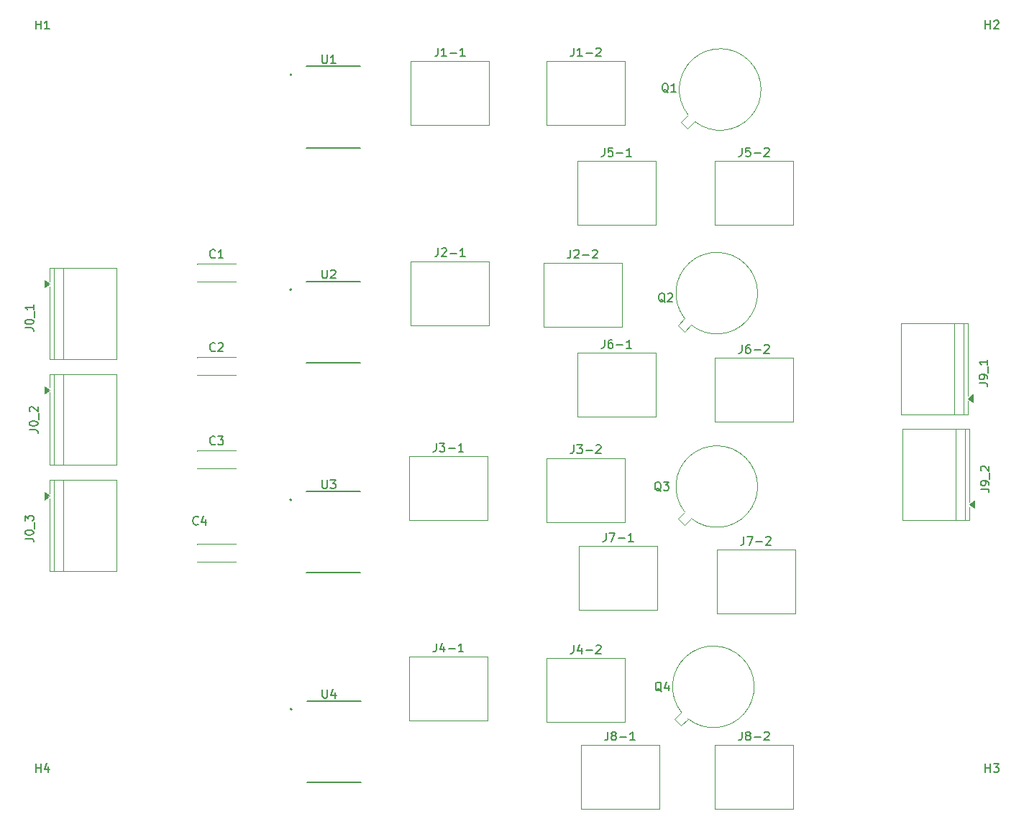
<source format=gbr>
%TF.GenerationSoftware,KiCad,Pcbnew,9.0.4-9.0.4-0~ubuntu24.04.1*%
%TF.CreationDate,2025-09-30T20:14:08-06:00*%
%TF.ProjectId,Interfaz_analogica,496e7465-7266-4617-9a5f-616e616c6f67,rev?*%
%TF.SameCoordinates,Original*%
%TF.FileFunction,Legend,Top*%
%TF.FilePolarity,Positive*%
%FSLAX46Y46*%
G04 Gerber Fmt 4.6, Leading zero omitted, Abs format (unit mm)*
G04 Created by KiCad (PCBNEW 9.0.4-9.0.4-0~ubuntu24.04.1) date 2025-09-30 20:14:08*
%MOMM*%
%LPD*%
G01*
G04 APERTURE LIST*
%ADD10C,0.150000*%
%ADD11C,0.120000*%
%ADD12C,0.127000*%
%ADD13C,0.200000*%
G04 APERTURE END LIST*
D10*
X92287319Y-45690476D02*
X93001604Y-45690476D01*
X93001604Y-45690476D02*
X93144461Y-45738095D01*
X93144461Y-45738095D02*
X93239700Y-45833333D01*
X93239700Y-45833333D02*
X93287319Y-45976190D01*
X93287319Y-45976190D02*
X93287319Y-46071428D01*
X93287319Y-45166666D02*
X93287319Y-44976190D01*
X93287319Y-44976190D02*
X93239700Y-44880952D01*
X93239700Y-44880952D02*
X93192080Y-44833333D01*
X93192080Y-44833333D02*
X93049223Y-44738095D01*
X93049223Y-44738095D02*
X92858747Y-44690476D01*
X92858747Y-44690476D02*
X92477795Y-44690476D01*
X92477795Y-44690476D02*
X92382557Y-44738095D01*
X92382557Y-44738095D02*
X92334938Y-44785714D01*
X92334938Y-44785714D02*
X92287319Y-44880952D01*
X92287319Y-44880952D02*
X92287319Y-45071428D01*
X92287319Y-45071428D02*
X92334938Y-45166666D01*
X92334938Y-45166666D02*
X92382557Y-45214285D01*
X92382557Y-45214285D02*
X92477795Y-45261904D01*
X92477795Y-45261904D02*
X92715890Y-45261904D01*
X92715890Y-45261904D02*
X92811128Y-45214285D01*
X92811128Y-45214285D02*
X92858747Y-45166666D01*
X92858747Y-45166666D02*
X92906366Y-45071428D01*
X92906366Y-45071428D02*
X92906366Y-44880952D01*
X92906366Y-44880952D02*
X92858747Y-44785714D01*
X92858747Y-44785714D02*
X92811128Y-44738095D01*
X92811128Y-44738095D02*
X92715890Y-44690476D01*
X93382557Y-44500000D02*
X93382557Y-43738095D01*
X93287319Y-42976190D02*
X93287319Y-43547618D01*
X93287319Y-43261904D02*
X92287319Y-43261904D01*
X92287319Y-43261904D02*
X92430176Y-43357142D01*
X92430176Y-43357142D02*
X92525414Y-43452380D01*
X92525414Y-43452380D02*
X92573033Y-43547618D01*
X2345333Y-52871580D02*
X2297714Y-52919200D01*
X2297714Y-52919200D02*
X2154857Y-52966819D01*
X2154857Y-52966819D02*
X2059619Y-52966819D01*
X2059619Y-52966819D02*
X1916762Y-52919200D01*
X1916762Y-52919200D02*
X1821524Y-52823961D01*
X1821524Y-52823961D02*
X1773905Y-52728723D01*
X1773905Y-52728723D02*
X1726286Y-52538247D01*
X1726286Y-52538247D02*
X1726286Y-52395390D01*
X1726286Y-52395390D02*
X1773905Y-52204914D01*
X1773905Y-52204914D02*
X1821524Y-52109676D01*
X1821524Y-52109676D02*
X1916762Y-52014438D01*
X1916762Y-52014438D02*
X2059619Y-51966819D01*
X2059619Y-51966819D02*
X2154857Y-51966819D01*
X2154857Y-51966819D02*
X2297714Y-52014438D01*
X2297714Y-52014438D02*
X2345333Y-52062057D01*
X2678667Y-51966819D02*
X3297714Y-51966819D01*
X3297714Y-51966819D02*
X2964381Y-52347771D01*
X2964381Y-52347771D02*
X3107238Y-52347771D01*
X3107238Y-52347771D02*
X3202476Y-52395390D01*
X3202476Y-52395390D02*
X3250095Y-52443009D01*
X3250095Y-52443009D02*
X3297714Y-52538247D01*
X3297714Y-52538247D02*
X3297714Y-52776342D01*
X3297714Y-52776342D02*
X3250095Y-52871580D01*
X3250095Y-52871580D02*
X3202476Y-52919200D01*
X3202476Y-52919200D02*
X3107238Y-52966819D01*
X3107238Y-52966819D02*
X2821524Y-52966819D01*
X2821524Y-52966819D02*
X2726286Y-52919200D01*
X2726286Y-52919200D02*
X2678667Y-52871580D01*
X48171428Y-17984819D02*
X48171428Y-18699104D01*
X48171428Y-18699104D02*
X48123809Y-18841961D01*
X48123809Y-18841961D02*
X48028571Y-18937200D01*
X48028571Y-18937200D02*
X47885714Y-18984819D01*
X47885714Y-18984819D02*
X47790476Y-18984819D01*
X49123809Y-17984819D02*
X48647619Y-17984819D01*
X48647619Y-17984819D02*
X48600000Y-18461009D01*
X48600000Y-18461009D02*
X48647619Y-18413390D01*
X48647619Y-18413390D02*
X48742857Y-18365771D01*
X48742857Y-18365771D02*
X48980952Y-18365771D01*
X48980952Y-18365771D02*
X49076190Y-18413390D01*
X49076190Y-18413390D02*
X49123809Y-18461009D01*
X49123809Y-18461009D02*
X49171428Y-18556247D01*
X49171428Y-18556247D02*
X49171428Y-18794342D01*
X49171428Y-18794342D02*
X49123809Y-18889580D01*
X49123809Y-18889580D02*
X49076190Y-18937200D01*
X49076190Y-18937200D02*
X48980952Y-18984819D01*
X48980952Y-18984819D02*
X48742857Y-18984819D01*
X48742857Y-18984819D02*
X48647619Y-18937200D01*
X48647619Y-18937200D02*
X48600000Y-18889580D01*
X49600000Y-18603866D02*
X50361905Y-18603866D01*
X51361904Y-18984819D02*
X50790476Y-18984819D01*
X51076190Y-18984819D02*
X51076190Y-17984819D01*
X51076190Y-17984819D02*
X50980952Y-18127676D01*
X50980952Y-18127676D02*
X50885714Y-18222914D01*
X50885714Y-18222914D02*
X50790476Y-18270533D01*
X55704761Y-11460057D02*
X55609523Y-11412438D01*
X55609523Y-11412438D02*
X55514285Y-11317200D01*
X55514285Y-11317200D02*
X55371428Y-11174342D01*
X55371428Y-11174342D02*
X55276190Y-11126723D01*
X55276190Y-11126723D02*
X55180952Y-11126723D01*
X55228571Y-11364819D02*
X55133333Y-11317200D01*
X55133333Y-11317200D02*
X55038095Y-11221961D01*
X55038095Y-11221961D02*
X54990476Y-11031485D01*
X54990476Y-11031485D02*
X54990476Y-10698152D01*
X54990476Y-10698152D02*
X55038095Y-10507676D01*
X55038095Y-10507676D02*
X55133333Y-10412438D01*
X55133333Y-10412438D02*
X55228571Y-10364819D01*
X55228571Y-10364819D02*
X55419047Y-10364819D01*
X55419047Y-10364819D02*
X55514285Y-10412438D01*
X55514285Y-10412438D02*
X55609523Y-10507676D01*
X55609523Y-10507676D02*
X55657142Y-10698152D01*
X55657142Y-10698152D02*
X55657142Y-11031485D01*
X55657142Y-11031485D02*
X55609523Y-11221961D01*
X55609523Y-11221961D02*
X55514285Y-11317200D01*
X55514285Y-11317200D02*
X55419047Y-11364819D01*
X55419047Y-11364819D02*
X55228571Y-11364819D01*
X56609523Y-11364819D02*
X56038095Y-11364819D01*
X56323809Y-11364819D02*
X56323809Y-10364819D01*
X56323809Y-10364819D02*
X56228571Y-10507676D01*
X56228571Y-10507676D02*
X56133333Y-10602914D01*
X56133333Y-10602914D02*
X56038095Y-10650533D01*
X14943095Y-57117819D02*
X14943095Y-57927342D01*
X14943095Y-57927342D02*
X14990714Y-58022580D01*
X14990714Y-58022580D02*
X15038333Y-58070200D01*
X15038333Y-58070200D02*
X15133571Y-58117819D01*
X15133571Y-58117819D02*
X15324047Y-58117819D01*
X15324047Y-58117819D02*
X15419285Y-58070200D01*
X15419285Y-58070200D02*
X15466904Y-58022580D01*
X15466904Y-58022580D02*
X15514523Y-57927342D01*
X15514523Y-57927342D02*
X15514523Y-57117819D01*
X15895476Y-57117819D02*
X16514523Y-57117819D01*
X16514523Y-57117819D02*
X16181190Y-57498771D01*
X16181190Y-57498771D02*
X16324047Y-57498771D01*
X16324047Y-57498771D02*
X16419285Y-57546390D01*
X16419285Y-57546390D02*
X16466904Y-57594009D01*
X16466904Y-57594009D02*
X16514523Y-57689247D01*
X16514523Y-57689247D02*
X16514523Y-57927342D01*
X16514523Y-57927342D02*
X16466904Y-58022580D01*
X16466904Y-58022580D02*
X16419285Y-58070200D01*
X16419285Y-58070200D02*
X16324047Y-58117819D01*
X16324047Y-58117819D02*
X16038333Y-58117819D01*
X16038333Y-58117819D02*
X15943095Y-58070200D01*
X15943095Y-58070200D02*
X15895476Y-58022580D01*
X-18761904Y-91554819D02*
X-18761904Y-90554819D01*
X-18761904Y-91031009D02*
X-18190476Y-91031009D01*
X-18190476Y-91554819D02*
X-18190476Y-90554819D01*
X-17285714Y-90888152D02*
X-17285714Y-91554819D01*
X-17523809Y-90507200D02*
X-17761904Y-91221485D01*
X-17761904Y-91221485D02*
X-17142857Y-91221485D01*
X64571428Y-63784819D02*
X64571428Y-64499104D01*
X64571428Y-64499104D02*
X64523809Y-64641961D01*
X64523809Y-64641961D02*
X64428571Y-64737200D01*
X64428571Y-64737200D02*
X64285714Y-64784819D01*
X64285714Y-64784819D02*
X64190476Y-64784819D01*
X64952381Y-63784819D02*
X65619047Y-63784819D01*
X65619047Y-63784819D02*
X65190476Y-64784819D01*
X66000000Y-64403866D02*
X66761905Y-64403866D01*
X67190476Y-63880057D02*
X67238095Y-63832438D01*
X67238095Y-63832438D02*
X67333333Y-63784819D01*
X67333333Y-63784819D02*
X67571428Y-63784819D01*
X67571428Y-63784819D02*
X67666666Y-63832438D01*
X67666666Y-63832438D02*
X67714285Y-63880057D01*
X67714285Y-63880057D02*
X67761904Y-63975295D01*
X67761904Y-63975295D02*
X67761904Y-64070533D01*
X67761904Y-64070533D02*
X67714285Y-64213390D01*
X67714285Y-64213390D02*
X67142857Y-64784819D01*
X67142857Y-64784819D02*
X67761904Y-64784819D01*
X44171428Y-29984819D02*
X44171428Y-30699104D01*
X44171428Y-30699104D02*
X44123809Y-30841961D01*
X44123809Y-30841961D02*
X44028571Y-30937200D01*
X44028571Y-30937200D02*
X43885714Y-30984819D01*
X43885714Y-30984819D02*
X43790476Y-30984819D01*
X44600000Y-30080057D02*
X44647619Y-30032438D01*
X44647619Y-30032438D02*
X44742857Y-29984819D01*
X44742857Y-29984819D02*
X44980952Y-29984819D01*
X44980952Y-29984819D02*
X45076190Y-30032438D01*
X45076190Y-30032438D02*
X45123809Y-30080057D01*
X45123809Y-30080057D02*
X45171428Y-30175295D01*
X45171428Y-30175295D02*
X45171428Y-30270533D01*
X45171428Y-30270533D02*
X45123809Y-30413390D01*
X45123809Y-30413390D02*
X44552381Y-30984819D01*
X44552381Y-30984819D02*
X45171428Y-30984819D01*
X45600000Y-30603866D02*
X46361905Y-30603866D01*
X46790476Y-30080057D02*
X46838095Y-30032438D01*
X46838095Y-30032438D02*
X46933333Y-29984819D01*
X46933333Y-29984819D02*
X47171428Y-29984819D01*
X47171428Y-29984819D02*
X47266666Y-30032438D01*
X47266666Y-30032438D02*
X47314285Y-30080057D01*
X47314285Y-30080057D02*
X47361904Y-30175295D01*
X47361904Y-30175295D02*
X47361904Y-30270533D01*
X47361904Y-30270533D02*
X47314285Y-30413390D01*
X47314285Y-30413390D02*
X46742857Y-30984819D01*
X46742857Y-30984819D02*
X47361904Y-30984819D01*
X64371428Y-17984819D02*
X64371428Y-18699104D01*
X64371428Y-18699104D02*
X64323809Y-18841961D01*
X64323809Y-18841961D02*
X64228571Y-18937200D01*
X64228571Y-18937200D02*
X64085714Y-18984819D01*
X64085714Y-18984819D02*
X63990476Y-18984819D01*
X65323809Y-17984819D02*
X64847619Y-17984819D01*
X64847619Y-17984819D02*
X64800000Y-18461009D01*
X64800000Y-18461009D02*
X64847619Y-18413390D01*
X64847619Y-18413390D02*
X64942857Y-18365771D01*
X64942857Y-18365771D02*
X65180952Y-18365771D01*
X65180952Y-18365771D02*
X65276190Y-18413390D01*
X65276190Y-18413390D02*
X65323809Y-18461009D01*
X65323809Y-18461009D02*
X65371428Y-18556247D01*
X65371428Y-18556247D02*
X65371428Y-18794342D01*
X65371428Y-18794342D02*
X65323809Y-18889580D01*
X65323809Y-18889580D02*
X65276190Y-18937200D01*
X65276190Y-18937200D02*
X65180952Y-18984819D01*
X65180952Y-18984819D02*
X64942857Y-18984819D01*
X64942857Y-18984819D02*
X64847619Y-18937200D01*
X64847619Y-18937200D02*
X64800000Y-18889580D01*
X65800000Y-18603866D02*
X66561905Y-18603866D01*
X66990476Y-18080057D02*
X67038095Y-18032438D01*
X67038095Y-18032438D02*
X67133333Y-17984819D01*
X67133333Y-17984819D02*
X67371428Y-17984819D01*
X67371428Y-17984819D02*
X67466666Y-18032438D01*
X67466666Y-18032438D02*
X67514285Y-18080057D01*
X67514285Y-18080057D02*
X67561904Y-18175295D01*
X67561904Y-18175295D02*
X67561904Y-18270533D01*
X67561904Y-18270533D02*
X67514285Y-18413390D01*
X67514285Y-18413390D02*
X66942857Y-18984819D01*
X66942857Y-18984819D02*
X67561904Y-18984819D01*
X14973095Y-81807819D02*
X14973095Y-82617342D01*
X14973095Y-82617342D02*
X15020714Y-82712580D01*
X15020714Y-82712580D02*
X15068333Y-82760200D01*
X15068333Y-82760200D02*
X15163571Y-82807819D01*
X15163571Y-82807819D02*
X15354047Y-82807819D01*
X15354047Y-82807819D02*
X15449285Y-82760200D01*
X15449285Y-82760200D02*
X15496904Y-82712580D01*
X15496904Y-82712580D02*
X15544523Y-82617342D01*
X15544523Y-82617342D02*
X15544523Y-81807819D01*
X16449285Y-82141152D02*
X16449285Y-82807819D01*
X16211190Y-81760200D02*
X15973095Y-82474485D01*
X15973095Y-82474485D02*
X16592142Y-82474485D01*
X92454819Y-58190476D02*
X93169104Y-58190476D01*
X93169104Y-58190476D02*
X93311961Y-58238095D01*
X93311961Y-58238095D02*
X93407200Y-58333333D01*
X93407200Y-58333333D02*
X93454819Y-58476190D01*
X93454819Y-58476190D02*
X93454819Y-58571428D01*
X93454819Y-57666666D02*
X93454819Y-57476190D01*
X93454819Y-57476190D02*
X93407200Y-57380952D01*
X93407200Y-57380952D02*
X93359580Y-57333333D01*
X93359580Y-57333333D02*
X93216723Y-57238095D01*
X93216723Y-57238095D02*
X93026247Y-57190476D01*
X93026247Y-57190476D02*
X92645295Y-57190476D01*
X92645295Y-57190476D02*
X92550057Y-57238095D01*
X92550057Y-57238095D02*
X92502438Y-57285714D01*
X92502438Y-57285714D02*
X92454819Y-57380952D01*
X92454819Y-57380952D02*
X92454819Y-57571428D01*
X92454819Y-57571428D02*
X92502438Y-57666666D01*
X92502438Y-57666666D02*
X92550057Y-57714285D01*
X92550057Y-57714285D02*
X92645295Y-57761904D01*
X92645295Y-57761904D02*
X92883390Y-57761904D01*
X92883390Y-57761904D02*
X92978628Y-57714285D01*
X92978628Y-57714285D02*
X93026247Y-57666666D01*
X93026247Y-57666666D02*
X93073866Y-57571428D01*
X93073866Y-57571428D02*
X93073866Y-57380952D01*
X93073866Y-57380952D02*
X93026247Y-57285714D01*
X93026247Y-57285714D02*
X92978628Y-57238095D01*
X92978628Y-57238095D02*
X92883390Y-57190476D01*
X93550057Y-57000000D02*
X93550057Y-56238095D01*
X92550057Y-56047618D02*
X92502438Y-55999999D01*
X92502438Y-55999999D02*
X92454819Y-55904761D01*
X92454819Y-55904761D02*
X92454819Y-55666666D01*
X92454819Y-55666666D02*
X92502438Y-55571428D01*
X92502438Y-55571428D02*
X92550057Y-55523809D01*
X92550057Y-55523809D02*
X92645295Y-55476190D01*
X92645295Y-55476190D02*
X92740533Y-55476190D01*
X92740533Y-55476190D02*
X92883390Y-55523809D01*
X92883390Y-55523809D02*
X93454819Y-56095237D01*
X93454819Y-56095237D02*
X93454819Y-55476190D01*
X54844761Y-58450057D02*
X54749523Y-58402438D01*
X54749523Y-58402438D02*
X54654285Y-58307200D01*
X54654285Y-58307200D02*
X54511428Y-58164342D01*
X54511428Y-58164342D02*
X54416190Y-58116723D01*
X54416190Y-58116723D02*
X54320952Y-58116723D01*
X54368571Y-58354819D02*
X54273333Y-58307200D01*
X54273333Y-58307200D02*
X54178095Y-58211961D01*
X54178095Y-58211961D02*
X54130476Y-58021485D01*
X54130476Y-58021485D02*
X54130476Y-57688152D01*
X54130476Y-57688152D02*
X54178095Y-57497676D01*
X54178095Y-57497676D02*
X54273333Y-57402438D01*
X54273333Y-57402438D02*
X54368571Y-57354819D01*
X54368571Y-57354819D02*
X54559047Y-57354819D01*
X54559047Y-57354819D02*
X54654285Y-57402438D01*
X54654285Y-57402438D02*
X54749523Y-57497676D01*
X54749523Y-57497676D02*
X54797142Y-57688152D01*
X54797142Y-57688152D02*
X54797142Y-58021485D01*
X54797142Y-58021485D02*
X54749523Y-58211961D01*
X54749523Y-58211961D02*
X54654285Y-58307200D01*
X54654285Y-58307200D02*
X54559047Y-58354819D01*
X54559047Y-58354819D02*
X54368571Y-58354819D01*
X55130476Y-57354819D02*
X55749523Y-57354819D01*
X55749523Y-57354819D02*
X55416190Y-57735771D01*
X55416190Y-57735771D02*
X55559047Y-57735771D01*
X55559047Y-57735771D02*
X55654285Y-57783390D01*
X55654285Y-57783390D02*
X55701904Y-57831009D01*
X55701904Y-57831009D02*
X55749523Y-57926247D01*
X55749523Y-57926247D02*
X55749523Y-58164342D01*
X55749523Y-58164342D02*
X55701904Y-58259580D01*
X55701904Y-58259580D02*
X55654285Y-58307200D01*
X55654285Y-58307200D02*
X55559047Y-58354819D01*
X55559047Y-58354819D02*
X55273333Y-58354819D01*
X55273333Y-58354819D02*
X55178095Y-58307200D01*
X55178095Y-58307200D02*
X55130476Y-58259580D01*
X48371428Y-63384819D02*
X48371428Y-64099104D01*
X48371428Y-64099104D02*
X48323809Y-64241961D01*
X48323809Y-64241961D02*
X48228571Y-64337200D01*
X48228571Y-64337200D02*
X48085714Y-64384819D01*
X48085714Y-64384819D02*
X47990476Y-64384819D01*
X48752381Y-63384819D02*
X49419047Y-63384819D01*
X49419047Y-63384819D02*
X48990476Y-64384819D01*
X49800000Y-64003866D02*
X50561905Y-64003866D01*
X51561904Y-64384819D02*
X50990476Y-64384819D01*
X51276190Y-64384819D02*
X51276190Y-63384819D01*
X51276190Y-63384819D02*
X51180952Y-63527676D01*
X51180952Y-63527676D02*
X51085714Y-63622914D01*
X51085714Y-63622914D02*
X50990476Y-63670533D01*
X28571428Y-6184819D02*
X28571428Y-6899104D01*
X28571428Y-6899104D02*
X28523809Y-7041961D01*
X28523809Y-7041961D02*
X28428571Y-7137200D01*
X28428571Y-7137200D02*
X28285714Y-7184819D01*
X28285714Y-7184819D02*
X28190476Y-7184819D01*
X29571428Y-7184819D02*
X29000000Y-7184819D01*
X29285714Y-7184819D02*
X29285714Y-6184819D01*
X29285714Y-6184819D02*
X29190476Y-6327676D01*
X29190476Y-6327676D02*
X29095238Y-6422914D01*
X29095238Y-6422914D02*
X29000000Y-6470533D01*
X30000000Y-6803866D02*
X30761905Y-6803866D01*
X31761904Y-7184819D02*
X31190476Y-7184819D01*
X31476190Y-7184819D02*
X31476190Y-6184819D01*
X31476190Y-6184819D02*
X31380952Y-6327676D01*
X31380952Y-6327676D02*
X31285714Y-6422914D01*
X31285714Y-6422914D02*
X31190476Y-6470533D01*
X64371428Y-41184819D02*
X64371428Y-41899104D01*
X64371428Y-41899104D02*
X64323809Y-42041961D01*
X64323809Y-42041961D02*
X64228571Y-42137200D01*
X64228571Y-42137200D02*
X64085714Y-42184819D01*
X64085714Y-42184819D02*
X63990476Y-42184819D01*
X65276190Y-41184819D02*
X65085714Y-41184819D01*
X65085714Y-41184819D02*
X64990476Y-41232438D01*
X64990476Y-41232438D02*
X64942857Y-41280057D01*
X64942857Y-41280057D02*
X64847619Y-41422914D01*
X64847619Y-41422914D02*
X64800000Y-41613390D01*
X64800000Y-41613390D02*
X64800000Y-41994342D01*
X64800000Y-41994342D02*
X64847619Y-42089580D01*
X64847619Y-42089580D02*
X64895238Y-42137200D01*
X64895238Y-42137200D02*
X64990476Y-42184819D01*
X64990476Y-42184819D02*
X65180952Y-42184819D01*
X65180952Y-42184819D02*
X65276190Y-42137200D01*
X65276190Y-42137200D02*
X65323809Y-42089580D01*
X65323809Y-42089580D02*
X65371428Y-41994342D01*
X65371428Y-41994342D02*
X65371428Y-41756247D01*
X65371428Y-41756247D02*
X65323809Y-41661009D01*
X65323809Y-41661009D02*
X65276190Y-41613390D01*
X65276190Y-41613390D02*
X65180952Y-41565771D01*
X65180952Y-41565771D02*
X64990476Y-41565771D01*
X64990476Y-41565771D02*
X64895238Y-41613390D01*
X64895238Y-41613390D02*
X64847619Y-41661009D01*
X64847619Y-41661009D02*
X64800000Y-41756247D01*
X65800000Y-41803866D02*
X66561905Y-41803866D01*
X66990476Y-41280057D02*
X67038095Y-41232438D01*
X67038095Y-41232438D02*
X67133333Y-41184819D01*
X67133333Y-41184819D02*
X67371428Y-41184819D01*
X67371428Y-41184819D02*
X67466666Y-41232438D01*
X67466666Y-41232438D02*
X67514285Y-41280057D01*
X67514285Y-41280057D02*
X67561904Y-41375295D01*
X67561904Y-41375295D02*
X67561904Y-41470533D01*
X67561904Y-41470533D02*
X67514285Y-41613390D01*
X67514285Y-41613390D02*
X66942857Y-42184819D01*
X66942857Y-42184819D02*
X67561904Y-42184819D01*
X2345333Y-41871580D02*
X2297714Y-41919200D01*
X2297714Y-41919200D02*
X2154857Y-41966819D01*
X2154857Y-41966819D02*
X2059619Y-41966819D01*
X2059619Y-41966819D02*
X1916762Y-41919200D01*
X1916762Y-41919200D02*
X1821524Y-41823961D01*
X1821524Y-41823961D02*
X1773905Y-41728723D01*
X1773905Y-41728723D02*
X1726286Y-41538247D01*
X1726286Y-41538247D02*
X1726286Y-41395390D01*
X1726286Y-41395390D02*
X1773905Y-41204914D01*
X1773905Y-41204914D02*
X1821524Y-41109676D01*
X1821524Y-41109676D02*
X1916762Y-41014438D01*
X1916762Y-41014438D02*
X2059619Y-40966819D01*
X2059619Y-40966819D02*
X2154857Y-40966819D01*
X2154857Y-40966819D02*
X2297714Y-41014438D01*
X2297714Y-41014438D02*
X2345333Y-41062057D01*
X2726286Y-41062057D02*
X2773905Y-41014438D01*
X2773905Y-41014438D02*
X2869143Y-40966819D01*
X2869143Y-40966819D02*
X3107238Y-40966819D01*
X3107238Y-40966819D02*
X3202476Y-41014438D01*
X3202476Y-41014438D02*
X3250095Y-41062057D01*
X3250095Y-41062057D02*
X3297714Y-41157295D01*
X3297714Y-41157295D02*
X3297714Y-41252533D01*
X3297714Y-41252533D02*
X3250095Y-41395390D01*
X3250095Y-41395390D02*
X2678667Y-41966819D01*
X2678667Y-41966819D02*
X3297714Y-41966819D01*
X44571428Y-52984819D02*
X44571428Y-53699104D01*
X44571428Y-53699104D02*
X44523809Y-53841961D01*
X44523809Y-53841961D02*
X44428571Y-53937200D01*
X44428571Y-53937200D02*
X44285714Y-53984819D01*
X44285714Y-53984819D02*
X44190476Y-53984819D01*
X44952381Y-52984819D02*
X45571428Y-52984819D01*
X45571428Y-52984819D02*
X45238095Y-53365771D01*
X45238095Y-53365771D02*
X45380952Y-53365771D01*
X45380952Y-53365771D02*
X45476190Y-53413390D01*
X45476190Y-53413390D02*
X45523809Y-53461009D01*
X45523809Y-53461009D02*
X45571428Y-53556247D01*
X45571428Y-53556247D02*
X45571428Y-53794342D01*
X45571428Y-53794342D02*
X45523809Y-53889580D01*
X45523809Y-53889580D02*
X45476190Y-53937200D01*
X45476190Y-53937200D02*
X45380952Y-53984819D01*
X45380952Y-53984819D02*
X45095238Y-53984819D01*
X45095238Y-53984819D02*
X45000000Y-53937200D01*
X45000000Y-53937200D02*
X44952381Y-53889580D01*
X46000000Y-53603866D02*
X46761905Y-53603866D01*
X47190476Y-53080057D02*
X47238095Y-53032438D01*
X47238095Y-53032438D02*
X47333333Y-52984819D01*
X47333333Y-52984819D02*
X47571428Y-52984819D01*
X47571428Y-52984819D02*
X47666666Y-53032438D01*
X47666666Y-53032438D02*
X47714285Y-53080057D01*
X47714285Y-53080057D02*
X47761904Y-53175295D01*
X47761904Y-53175295D02*
X47761904Y-53270533D01*
X47761904Y-53270533D02*
X47714285Y-53413390D01*
X47714285Y-53413390D02*
X47142857Y-53984819D01*
X47142857Y-53984819D02*
X47761904Y-53984819D01*
X44571428Y-76584819D02*
X44571428Y-77299104D01*
X44571428Y-77299104D02*
X44523809Y-77441961D01*
X44523809Y-77441961D02*
X44428571Y-77537200D01*
X44428571Y-77537200D02*
X44285714Y-77584819D01*
X44285714Y-77584819D02*
X44190476Y-77584819D01*
X45476190Y-76918152D02*
X45476190Y-77584819D01*
X45238095Y-76537200D02*
X45000000Y-77251485D01*
X45000000Y-77251485D02*
X45619047Y-77251485D01*
X46000000Y-77203866D02*
X46761905Y-77203866D01*
X47190476Y-76680057D02*
X47238095Y-76632438D01*
X47238095Y-76632438D02*
X47333333Y-76584819D01*
X47333333Y-76584819D02*
X47571428Y-76584819D01*
X47571428Y-76584819D02*
X47666666Y-76632438D01*
X47666666Y-76632438D02*
X47714285Y-76680057D01*
X47714285Y-76680057D02*
X47761904Y-76775295D01*
X47761904Y-76775295D02*
X47761904Y-76870533D01*
X47761904Y-76870533D02*
X47714285Y-77013390D01*
X47714285Y-77013390D02*
X47142857Y-77584819D01*
X47142857Y-77584819D02*
X47761904Y-77584819D01*
X64371428Y-86784819D02*
X64371428Y-87499104D01*
X64371428Y-87499104D02*
X64323809Y-87641961D01*
X64323809Y-87641961D02*
X64228571Y-87737200D01*
X64228571Y-87737200D02*
X64085714Y-87784819D01*
X64085714Y-87784819D02*
X63990476Y-87784819D01*
X64990476Y-87213390D02*
X64895238Y-87165771D01*
X64895238Y-87165771D02*
X64847619Y-87118152D01*
X64847619Y-87118152D02*
X64800000Y-87022914D01*
X64800000Y-87022914D02*
X64800000Y-86975295D01*
X64800000Y-86975295D02*
X64847619Y-86880057D01*
X64847619Y-86880057D02*
X64895238Y-86832438D01*
X64895238Y-86832438D02*
X64990476Y-86784819D01*
X64990476Y-86784819D02*
X65180952Y-86784819D01*
X65180952Y-86784819D02*
X65276190Y-86832438D01*
X65276190Y-86832438D02*
X65323809Y-86880057D01*
X65323809Y-86880057D02*
X65371428Y-86975295D01*
X65371428Y-86975295D02*
X65371428Y-87022914D01*
X65371428Y-87022914D02*
X65323809Y-87118152D01*
X65323809Y-87118152D02*
X65276190Y-87165771D01*
X65276190Y-87165771D02*
X65180952Y-87213390D01*
X65180952Y-87213390D02*
X64990476Y-87213390D01*
X64990476Y-87213390D02*
X64895238Y-87261009D01*
X64895238Y-87261009D02*
X64847619Y-87308628D01*
X64847619Y-87308628D02*
X64800000Y-87403866D01*
X64800000Y-87403866D02*
X64800000Y-87594342D01*
X64800000Y-87594342D02*
X64847619Y-87689580D01*
X64847619Y-87689580D02*
X64895238Y-87737200D01*
X64895238Y-87737200D02*
X64990476Y-87784819D01*
X64990476Y-87784819D02*
X65180952Y-87784819D01*
X65180952Y-87784819D02*
X65276190Y-87737200D01*
X65276190Y-87737200D02*
X65323809Y-87689580D01*
X65323809Y-87689580D02*
X65371428Y-87594342D01*
X65371428Y-87594342D02*
X65371428Y-87403866D01*
X65371428Y-87403866D02*
X65323809Y-87308628D01*
X65323809Y-87308628D02*
X65276190Y-87261009D01*
X65276190Y-87261009D02*
X65180952Y-87213390D01*
X65800000Y-87403866D02*
X66561905Y-87403866D01*
X66990476Y-86880057D02*
X67038095Y-86832438D01*
X67038095Y-86832438D02*
X67133333Y-86784819D01*
X67133333Y-86784819D02*
X67371428Y-86784819D01*
X67371428Y-86784819D02*
X67466666Y-86832438D01*
X67466666Y-86832438D02*
X67514285Y-86880057D01*
X67514285Y-86880057D02*
X67561904Y-86975295D01*
X67561904Y-86975295D02*
X67561904Y-87070533D01*
X67561904Y-87070533D02*
X67514285Y-87213390D01*
X67514285Y-87213390D02*
X66942857Y-87784819D01*
X66942857Y-87784819D02*
X67561904Y-87784819D01*
X345333Y-62321580D02*
X297714Y-62369200D01*
X297714Y-62369200D02*
X154857Y-62416819D01*
X154857Y-62416819D02*
X59619Y-62416819D01*
X59619Y-62416819D02*
X-83237Y-62369200D01*
X-83237Y-62369200D02*
X-178475Y-62273961D01*
X-178475Y-62273961D02*
X-226094Y-62178723D01*
X-226094Y-62178723D02*
X-273713Y-61988247D01*
X-273713Y-61988247D02*
X-273713Y-61845390D01*
X-273713Y-61845390D02*
X-226094Y-61654914D01*
X-226094Y-61654914D02*
X-178475Y-61559676D01*
X-178475Y-61559676D02*
X-83237Y-61464438D01*
X-83237Y-61464438D02*
X59619Y-61416819D01*
X59619Y-61416819D02*
X154857Y-61416819D01*
X154857Y-61416819D02*
X297714Y-61464438D01*
X297714Y-61464438D02*
X345333Y-61512057D01*
X1202476Y-61750152D02*
X1202476Y-62416819D01*
X964381Y-61369200D02*
X726286Y-62083485D01*
X726286Y-62083485D02*
X1345333Y-62083485D01*
X93038095Y-91554819D02*
X93038095Y-90554819D01*
X93038095Y-91031009D02*
X93609523Y-91031009D01*
X93609523Y-91554819D02*
X93609523Y-90554819D01*
X93990476Y-90554819D02*
X94609523Y-90554819D01*
X94609523Y-90554819D02*
X94276190Y-90935771D01*
X94276190Y-90935771D02*
X94419047Y-90935771D01*
X94419047Y-90935771D02*
X94514285Y-90983390D01*
X94514285Y-90983390D02*
X94561904Y-91031009D01*
X94561904Y-91031009D02*
X94609523Y-91126247D01*
X94609523Y-91126247D02*
X94609523Y-91364342D01*
X94609523Y-91364342D02*
X94561904Y-91459580D01*
X94561904Y-91459580D02*
X94514285Y-91507200D01*
X94514285Y-91507200D02*
X94419047Y-91554819D01*
X94419047Y-91554819D02*
X94133333Y-91554819D01*
X94133333Y-91554819D02*
X94038095Y-91507200D01*
X94038095Y-91507200D02*
X93990476Y-91459580D01*
X28371428Y-52784819D02*
X28371428Y-53499104D01*
X28371428Y-53499104D02*
X28323809Y-53641961D01*
X28323809Y-53641961D02*
X28228571Y-53737200D01*
X28228571Y-53737200D02*
X28085714Y-53784819D01*
X28085714Y-53784819D02*
X27990476Y-53784819D01*
X28752381Y-52784819D02*
X29371428Y-52784819D01*
X29371428Y-52784819D02*
X29038095Y-53165771D01*
X29038095Y-53165771D02*
X29180952Y-53165771D01*
X29180952Y-53165771D02*
X29276190Y-53213390D01*
X29276190Y-53213390D02*
X29323809Y-53261009D01*
X29323809Y-53261009D02*
X29371428Y-53356247D01*
X29371428Y-53356247D02*
X29371428Y-53594342D01*
X29371428Y-53594342D02*
X29323809Y-53689580D01*
X29323809Y-53689580D02*
X29276190Y-53737200D01*
X29276190Y-53737200D02*
X29180952Y-53784819D01*
X29180952Y-53784819D02*
X28895238Y-53784819D01*
X28895238Y-53784819D02*
X28800000Y-53737200D01*
X28800000Y-53737200D02*
X28752381Y-53689580D01*
X29800000Y-53403866D02*
X30561905Y-53403866D01*
X31561904Y-53784819D02*
X30990476Y-53784819D01*
X31276190Y-53784819D02*
X31276190Y-52784819D01*
X31276190Y-52784819D02*
X31180952Y-52927676D01*
X31180952Y-52927676D02*
X31085714Y-53022914D01*
X31085714Y-53022914D02*
X30990476Y-53070533D01*
X14944995Y-32347819D02*
X14944995Y-33157342D01*
X14944995Y-33157342D02*
X14992614Y-33252580D01*
X14992614Y-33252580D02*
X15040233Y-33300200D01*
X15040233Y-33300200D02*
X15135471Y-33347819D01*
X15135471Y-33347819D02*
X15325947Y-33347819D01*
X15325947Y-33347819D02*
X15421185Y-33300200D01*
X15421185Y-33300200D02*
X15468804Y-33252580D01*
X15468804Y-33252580D02*
X15516423Y-33157342D01*
X15516423Y-33157342D02*
X15516423Y-32347819D01*
X15944995Y-32443057D02*
X15992614Y-32395438D01*
X15992614Y-32395438D02*
X16087852Y-32347819D01*
X16087852Y-32347819D02*
X16325947Y-32347819D01*
X16325947Y-32347819D02*
X16421185Y-32395438D01*
X16421185Y-32395438D02*
X16468804Y-32443057D01*
X16468804Y-32443057D02*
X16516423Y-32538295D01*
X16516423Y-32538295D02*
X16516423Y-32633533D01*
X16516423Y-32633533D02*
X16468804Y-32776390D01*
X16468804Y-32776390D02*
X15897376Y-33347819D01*
X15897376Y-33347819D02*
X16516423Y-33347819D01*
X48571428Y-86784819D02*
X48571428Y-87499104D01*
X48571428Y-87499104D02*
X48523809Y-87641961D01*
X48523809Y-87641961D02*
X48428571Y-87737200D01*
X48428571Y-87737200D02*
X48285714Y-87784819D01*
X48285714Y-87784819D02*
X48190476Y-87784819D01*
X49190476Y-87213390D02*
X49095238Y-87165771D01*
X49095238Y-87165771D02*
X49047619Y-87118152D01*
X49047619Y-87118152D02*
X49000000Y-87022914D01*
X49000000Y-87022914D02*
X49000000Y-86975295D01*
X49000000Y-86975295D02*
X49047619Y-86880057D01*
X49047619Y-86880057D02*
X49095238Y-86832438D01*
X49095238Y-86832438D02*
X49190476Y-86784819D01*
X49190476Y-86784819D02*
X49380952Y-86784819D01*
X49380952Y-86784819D02*
X49476190Y-86832438D01*
X49476190Y-86832438D02*
X49523809Y-86880057D01*
X49523809Y-86880057D02*
X49571428Y-86975295D01*
X49571428Y-86975295D02*
X49571428Y-87022914D01*
X49571428Y-87022914D02*
X49523809Y-87118152D01*
X49523809Y-87118152D02*
X49476190Y-87165771D01*
X49476190Y-87165771D02*
X49380952Y-87213390D01*
X49380952Y-87213390D02*
X49190476Y-87213390D01*
X49190476Y-87213390D02*
X49095238Y-87261009D01*
X49095238Y-87261009D02*
X49047619Y-87308628D01*
X49047619Y-87308628D02*
X49000000Y-87403866D01*
X49000000Y-87403866D02*
X49000000Y-87594342D01*
X49000000Y-87594342D02*
X49047619Y-87689580D01*
X49047619Y-87689580D02*
X49095238Y-87737200D01*
X49095238Y-87737200D02*
X49190476Y-87784819D01*
X49190476Y-87784819D02*
X49380952Y-87784819D01*
X49380952Y-87784819D02*
X49476190Y-87737200D01*
X49476190Y-87737200D02*
X49523809Y-87689580D01*
X49523809Y-87689580D02*
X49571428Y-87594342D01*
X49571428Y-87594342D02*
X49571428Y-87403866D01*
X49571428Y-87403866D02*
X49523809Y-87308628D01*
X49523809Y-87308628D02*
X49476190Y-87261009D01*
X49476190Y-87261009D02*
X49380952Y-87213390D01*
X50000000Y-87403866D02*
X50761905Y-87403866D01*
X51761904Y-87784819D02*
X51190476Y-87784819D01*
X51476190Y-87784819D02*
X51476190Y-86784819D01*
X51476190Y-86784819D02*
X51380952Y-86927676D01*
X51380952Y-86927676D02*
X51285714Y-87022914D01*
X51285714Y-87022914D02*
X51190476Y-87070533D01*
X-18761904Y-3966819D02*
X-18761904Y-2966819D01*
X-18761904Y-3443009D02*
X-18190476Y-3443009D01*
X-18190476Y-3966819D02*
X-18190476Y-2966819D01*
X-17190476Y-3966819D02*
X-17761904Y-3966819D01*
X-17476190Y-3966819D02*
X-17476190Y-2966819D01*
X-17476190Y-2966819D02*
X-17571428Y-3109676D01*
X-17571428Y-3109676D02*
X-17666666Y-3204914D01*
X-17666666Y-3204914D02*
X-17761904Y-3252533D01*
X2345333Y-30871580D02*
X2297714Y-30919200D01*
X2297714Y-30919200D02*
X2154857Y-30966819D01*
X2154857Y-30966819D02*
X2059619Y-30966819D01*
X2059619Y-30966819D02*
X1916762Y-30919200D01*
X1916762Y-30919200D02*
X1821524Y-30823961D01*
X1821524Y-30823961D02*
X1773905Y-30728723D01*
X1773905Y-30728723D02*
X1726286Y-30538247D01*
X1726286Y-30538247D02*
X1726286Y-30395390D01*
X1726286Y-30395390D02*
X1773905Y-30204914D01*
X1773905Y-30204914D02*
X1821524Y-30109676D01*
X1821524Y-30109676D02*
X1916762Y-30014438D01*
X1916762Y-30014438D02*
X2059619Y-29966819D01*
X2059619Y-29966819D02*
X2154857Y-29966819D01*
X2154857Y-29966819D02*
X2297714Y-30014438D01*
X2297714Y-30014438D02*
X2345333Y-30062057D01*
X3297714Y-30966819D02*
X2726286Y-30966819D01*
X3012000Y-30966819D02*
X3012000Y-29966819D01*
X3012000Y-29966819D02*
X2916762Y-30109676D01*
X2916762Y-30109676D02*
X2821524Y-30204914D01*
X2821524Y-30204914D02*
X2726286Y-30252533D01*
X55304761Y-36190057D02*
X55209523Y-36142438D01*
X55209523Y-36142438D02*
X55114285Y-36047200D01*
X55114285Y-36047200D02*
X54971428Y-35904342D01*
X54971428Y-35904342D02*
X54876190Y-35856723D01*
X54876190Y-35856723D02*
X54780952Y-35856723D01*
X54828571Y-36094819D02*
X54733333Y-36047200D01*
X54733333Y-36047200D02*
X54638095Y-35951961D01*
X54638095Y-35951961D02*
X54590476Y-35761485D01*
X54590476Y-35761485D02*
X54590476Y-35428152D01*
X54590476Y-35428152D02*
X54638095Y-35237676D01*
X54638095Y-35237676D02*
X54733333Y-35142438D01*
X54733333Y-35142438D02*
X54828571Y-35094819D01*
X54828571Y-35094819D02*
X55019047Y-35094819D01*
X55019047Y-35094819D02*
X55114285Y-35142438D01*
X55114285Y-35142438D02*
X55209523Y-35237676D01*
X55209523Y-35237676D02*
X55257142Y-35428152D01*
X55257142Y-35428152D02*
X55257142Y-35761485D01*
X55257142Y-35761485D02*
X55209523Y-35951961D01*
X55209523Y-35951961D02*
X55114285Y-36047200D01*
X55114285Y-36047200D02*
X55019047Y-36094819D01*
X55019047Y-36094819D02*
X54828571Y-36094819D01*
X55638095Y-35190057D02*
X55685714Y-35142438D01*
X55685714Y-35142438D02*
X55780952Y-35094819D01*
X55780952Y-35094819D02*
X56019047Y-35094819D01*
X56019047Y-35094819D02*
X56114285Y-35142438D01*
X56114285Y-35142438D02*
X56161904Y-35190057D01*
X56161904Y-35190057D02*
X56209523Y-35285295D01*
X56209523Y-35285295D02*
X56209523Y-35380533D01*
X56209523Y-35380533D02*
X56161904Y-35523390D01*
X56161904Y-35523390D02*
X55590476Y-36094819D01*
X55590476Y-36094819D02*
X56209523Y-36094819D01*
X54904761Y-82050057D02*
X54809523Y-82002438D01*
X54809523Y-82002438D02*
X54714285Y-81907200D01*
X54714285Y-81907200D02*
X54571428Y-81764342D01*
X54571428Y-81764342D02*
X54476190Y-81716723D01*
X54476190Y-81716723D02*
X54380952Y-81716723D01*
X54428571Y-81954819D02*
X54333333Y-81907200D01*
X54333333Y-81907200D02*
X54238095Y-81811961D01*
X54238095Y-81811961D02*
X54190476Y-81621485D01*
X54190476Y-81621485D02*
X54190476Y-81288152D01*
X54190476Y-81288152D02*
X54238095Y-81097676D01*
X54238095Y-81097676D02*
X54333333Y-81002438D01*
X54333333Y-81002438D02*
X54428571Y-80954819D01*
X54428571Y-80954819D02*
X54619047Y-80954819D01*
X54619047Y-80954819D02*
X54714285Y-81002438D01*
X54714285Y-81002438D02*
X54809523Y-81097676D01*
X54809523Y-81097676D02*
X54857142Y-81288152D01*
X54857142Y-81288152D02*
X54857142Y-81621485D01*
X54857142Y-81621485D02*
X54809523Y-81811961D01*
X54809523Y-81811961D02*
X54714285Y-81907200D01*
X54714285Y-81907200D02*
X54619047Y-81954819D01*
X54619047Y-81954819D02*
X54428571Y-81954819D01*
X55714285Y-81288152D02*
X55714285Y-81954819D01*
X55476190Y-80907200D02*
X55238095Y-81621485D01*
X55238095Y-81621485D02*
X55857142Y-81621485D01*
X28371428Y-76384819D02*
X28371428Y-77099104D01*
X28371428Y-77099104D02*
X28323809Y-77241961D01*
X28323809Y-77241961D02*
X28228571Y-77337200D01*
X28228571Y-77337200D02*
X28085714Y-77384819D01*
X28085714Y-77384819D02*
X27990476Y-77384819D01*
X29276190Y-76718152D02*
X29276190Y-77384819D01*
X29038095Y-76337200D02*
X28800000Y-77051485D01*
X28800000Y-77051485D02*
X29419047Y-77051485D01*
X29800000Y-77003866D02*
X30561905Y-77003866D01*
X31561904Y-77384819D02*
X30990476Y-77384819D01*
X31276190Y-77384819D02*
X31276190Y-76384819D01*
X31276190Y-76384819D02*
X31180952Y-76527676D01*
X31180952Y-76527676D02*
X31085714Y-76622914D01*
X31085714Y-76622914D02*
X30990476Y-76670533D01*
X-20045180Y-64022976D02*
X-19330895Y-64022976D01*
X-19330895Y-64022976D02*
X-19188038Y-64070595D01*
X-19188038Y-64070595D02*
X-19092800Y-64165833D01*
X-19092800Y-64165833D02*
X-19045180Y-64308690D01*
X-19045180Y-64308690D02*
X-19045180Y-64403928D01*
X-20045180Y-63356309D02*
X-20045180Y-63261071D01*
X-20045180Y-63261071D02*
X-19997561Y-63165833D01*
X-19997561Y-63165833D02*
X-19949942Y-63118214D01*
X-19949942Y-63118214D02*
X-19854704Y-63070595D01*
X-19854704Y-63070595D02*
X-19664228Y-63022976D01*
X-19664228Y-63022976D02*
X-19426133Y-63022976D01*
X-19426133Y-63022976D02*
X-19235657Y-63070595D01*
X-19235657Y-63070595D02*
X-19140419Y-63118214D01*
X-19140419Y-63118214D02*
X-19092800Y-63165833D01*
X-19092800Y-63165833D02*
X-19045180Y-63261071D01*
X-19045180Y-63261071D02*
X-19045180Y-63356309D01*
X-19045180Y-63356309D02*
X-19092800Y-63451547D01*
X-19092800Y-63451547D02*
X-19140419Y-63499166D01*
X-19140419Y-63499166D02*
X-19235657Y-63546785D01*
X-19235657Y-63546785D02*
X-19426133Y-63594404D01*
X-19426133Y-63594404D02*
X-19664228Y-63594404D01*
X-19664228Y-63594404D02*
X-19854704Y-63546785D01*
X-19854704Y-63546785D02*
X-19949942Y-63499166D01*
X-19949942Y-63499166D02*
X-19997561Y-63451547D01*
X-19997561Y-63451547D02*
X-20045180Y-63356309D01*
X-18949942Y-62832500D02*
X-18949942Y-62070595D01*
X-20045180Y-61927737D02*
X-20045180Y-61308690D01*
X-20045180Y-61308690D02*
X-19664228Y-61642023D01*
X-19664228Y-61642023D02*
X-19664228Y-61499166D01*
X-19664228Y-61499166D02*
X-19616609Y-61403928D01*
X-19616609Y-61403928D02*
X-19568990Y-61356309D01*
X-19568990Y-61356309D02*
X-19473752Y-61308690D01*
X-19473752Y-61308690D02*
X-19235657Y-61308690D01*
X-19235657Y-61308690D02*
X-19140419Y-61356309D01*
X-19140419Y-61356309D02*
X-19092800Y-61403928D01*
X-19092800Y-61403928D02*
X-19045180Y-61499166D01*
X-19045180Y-61499166D02*
X-19045180Y-61784880D01*
X-19045180Y-61784880D02*
X-19092800Y-61880118D01*
X-19092800Y-61880118D02*
X-19140419Y-61927737D01*
X93038095Y-3954819D02*
X93038095Y-2954819D01*
X93038095Y-3431009D02*
X93609523Y-3431009D01*
X93609523Y-3954819D02*
X93609523Y-2954819D01*
X94038095Y-3050057D02*
X94085714Y-3002438D01*
X94085714Y-3002438D02*
X94180952Y-2954819D01*
X94180952Y-2954819D02*
X94419047Y-2954819D01*
X94419047Y-2954819D02*
X94514285Y-3002438D01*
X94514285Y-3002438D02*
X94561904Y-3050057D01*
X94561904Y-3050057D02*
X94609523Y-3145295D01*
X94609523Y-3145295D02*
X94609523Y-3240533D01*
X94609523Y-3240533D02*
X94561904Y-3383390D01*
X94561904Y-3383390D02*
X93990476Y-3954819D01*
X93990476Y-3954819D02*
X94609523Y-3954819D01*
X28571428Y-29784819D02*
X28571428Y-30499104D01*
X28571428Y-30499104D02*
X28523809Y-30641961D01*
X28523809Y-30641961D02*
X28428571Y-30737200D01*
X28428571Y-30737200D02*
X28285714Y-30784819D01*
X28285714Y-30784819D02*
X28190476Y-30784819D01*
X29000000Y-29880057D02*
X29047619Y-29832438D01*
X29047619Y-29832438D02*
X29142857Y-29784819D01*
X29142857Y-29784819D02*
X29380952Y-29784819D01*
X29380952Y-29784819D02*
X29476190Y-29832438D01*
X29476190Y-29832438D02*
X29523809Y-29880057D01*
X29523809Y-29880057D02*
X29571428Y-29975295D01*
X29571428Y-29975295D02*
X29571428Y-30070533D01*
X29571428Y-30070533D02*
X29523809Y-30213390D01*
X29523809Y-30213390D02*
X28952381Y-30784819D01*
X28952381Y-30784819D02*
X29571428Y-30784819D01*
X30000000Y-30403866D02*
X30761905Y-30403866D01*
X31761904Y-30784819D02*
X31190476Y-30784819D01*
X31476190Y-30784819D02*
X31476190Y-29784819D01*
X31476190Y-29784819D02*
X31380952Y-29927676D01*
X31380952Y-29927676D02*
X31285714Y-30022914D01*
X31285714Y-30022914D02*
X31190476Y-30070533D01*
X14943095Y-7017819D02*
X14943095Y-7827342D01*
X14943095Y-7827342D02*
X14990714Y-7922580D01*
X14990714Y-7922580D02*
X15038333Y-7970200D01*
X15038333Y-7970200D02*
X15133571Y-8017819D01*
X15133571Y-8017819D02*
X15324047Y-8017819D01*
X15324047Y-8017819D02*
X15419285Y-7970200D01*
X15419285Y-7970200D02*
X15466904Y-7922580D01*
X15466904Y-7922580D02*
X15514523Y-7827342D01*
X15514523Y-7827342D02*
X15514523Y-7017819D01*
X16514523Y-8017819D02*
X15943095Y-8017819D01*
X16228809Y-8017819D02*
X16228809Y-7017819D01*
X16228809Y-7017819D02*
X16133571Y-7160676D01*
X16133571Y-7160676D02*
X16038333Y-7255914D01*
X16038333Y-7255914D02*
X15943095Y-7303533D01*
X-20045180Y-39190476D02*
X-19330895Y-39190476D01*
X-19330895Y-39190476D02*
X-19188038Y-39238095D01*
X-19188038Y-39238095D02*
X-19092800Y-39333333D01*
X-19092800Y-39333333D02*
X-19045180Y-39476190D01*
X-19045180Y-39476190D02*
X-19045180Y-39571428D01*
X-20045180Y-38523809D02*
X-20045180Y-38428571D01*
X-20045180Y-38428571D02*
X-19997561Y-38333333D01*
X-19997561Y-38333333D02*
X-19949942Y-38285714D01*
X-19949942Y-38285714D02*
X-19854704Y-38238095D01*
X-19854704Y-38238095D02*
X-19664228Y-38190476D01*
X-19664228Y-38190476D02*
X-19426133Y-38190476D01*
X-19426133Y-38190476D02*
X-19235657Y-38238095D01*
X-19235657Y-38238095D02*
X-19140419Y-38285714D01*
X-19140419Y-38285714D02*
X-19092800Y-38333333D01*
X-19092800Y-38333333D02*
X-19045180Y-38428571D01*
X-19045180Y-38428571D02*
X-19045180Y-38523809D01*
X-19045180Y-38523809D02*
X-19092800Y-38619047D01*
X-19092800Y-38619047D02*
X-19140419Y-38666666D01*
X-19140419Y-38666666D02*
X-19235657Y-38714285D01*
X-19235657Y-38714285D02*
X-19426133Y-38761904D01*
X-19426133Y-38761904D02*
X-19664228Y-38761904D01*
X-19664228Y-38761904D02*
X-19854704Y-38714285D01*
X-19854704Y-38714285D02*
X-19949942Y-38666666D01*
X-19949942Y-38666666D02*
X-19997561Y-38619047D01*
X-19997561Y-38619047D02*
X-20045180Y-38523809D01*
X-18949942Y-38000000D02*
X-18949942Y-37238095D01*
X-19045180Y-36476190D02*
X-19045180Y-37047618D01*
X-19045180Y-36761904D02*
X-20045180Y-36761904D01*
X-20045180Y-36761904D02*
X-19902323Y-36857142D01*
X-19902323Y-36857142D02*
X-19807085Y-36952380D01*
X-19807085Y-36952380D02*
X-19759466Y-37047618D01*
X48171428Y-40584819D02*
X48171428Y-41299104D01*
X48171428Y-41299104D02*
X48123809Y-41441961D01*
X48123809Y-41441961D02*
X48028571Y-41537200D01*
X48028571Y-41537200D02*
X47885714Y-41584819D01*
X47885714Y-41584819D02*
X47790476Y-41584819D01*
X49076190Y-40584819D02*
X48885714Y-40584819D01*
X48885714Y-40584819D02*
X48790476Y-40632438D01*
X48790476Y-40632438D02*
X48742857Y-40680057D01*
X48742857Y-40680057D02*
X48647619Y-40822914D01*
X48647619Y-40822914D02*
X48600000Y-41013390D01*
X48600000Y-41013390D02*
X48600000Y-41394342D01*
X48600000Y-41394342D02*
X48647619Y-41489580D01*
X48647619Y-41489580D02*
X48695238Y-41537200D01*
X48695238Y-41537200D02*
X48790476Y-41584819D01*
X48790476Y-41584819D02*
X48980952Y-41584819D01*
X48980952Y-41584819D02*
X49076190Y-41537200D01*
X49076190Y-41537200D02*
X49123809Y-41489580D01*
X49123809Y-41489580D02*
X49171428Y-41394342D01*
X49171428Y-41394342D02*
X49171428Y-41156247D01*
X49171428Y-41156247D02*
X49123809Y-41061009D01*
X49123809Y-41061009D02*
X49076190Y-41013390D01*
X49076190Y-41013390D02*
X48980952Y-40965771D01*
X48980952Y-40965771D02*
X48790476Y-40965771D01*
X48790476Y-40965771D02*
X48695238Y-41013390D01*
X48695238Y-41013390D02*
X48647619Y-41061009D01*
X48647619Y-41061009D02*
X48600000Y-41156247D01*
X49600000Y-41203866D02*
X50361905Y-41203866D01*
X51361904Y-41584819D02*
X50790476Y-41584819D01*
X51076190Y-41584819D02*
X51076190Y-40584819D01*
X51076190Y-40584819D02*
X50980952Y-40727676D01*
X50980952Y-40727676D02*
X50885714Y-40822914D01*
X50885714Y-40822914D02*
X50790476Y-40870533D01*
X44571428Y-6184819D02*
X44571428Y-6899104D01*
X44571428Y-6899104D02*
X44523809Y-7041961D01*
X44523809Y-7041961D02*
X44428571Y-7137200D01*
X44428571Y-7137200D02*
X44285714Y-7184819D01*
X44285714Y-7184819D02*
X44190476Y-7184819D01*
X45571428Y-7184819D02*
X45000000Y-7184819D01*
X45285714Y-7184819D02*
X45285714Y-6184819D01*
X45285714Y-6184819D02*
X45190476Y-6327676D01*
X45190476Y-6327676D02*
X45095238Y-6422914D01*
X45095238Y-6422914D02*
X45000000Y-6470533D01*
X46000000Y-6803866D02*
X46761905Y-6803866D01*
X47190476Y-6280057D02*
X47238095Y-6232438D01*
X47238095Y-6232438D02*
X47333333Y-6184819D01*
X47333333Y-6184819D02*
X47571428Y-6184819D01*
X47571428Y-6184819D02*
X47666666Y-6232438D01*
X47666666Y-6232438D02*
X47714285Y-6280057D01*
X47714285Y-6280057D02*
X47761904Y-6375295D01*
X47761904Y-6375295D02*
X47761904Y-6470533D01*
X47761904Y-6470533D02*
X47714285Y-6613390D01*
X47714285Y-6613390D02*
X47142857Y-7184819D01*
X47142857Y-7184819D02*
X47761904Y-7184819D01*
X-19545180Y-51190476D02*
X-18830895Y-51190476D01*
X-18830895Y-51190476D02*
X-18688038Y-51238095D01*
X-18688038Y-51238095D02*
X-18592800Y-51333333D01*
X-18592800Y-51333333D02*
X-18545180Y-51476190D01*
X-18545180Y-51476190D02*
X-18545180Y-51571428D01*
X-19545180Y-50523809D02*
X-19545180Y-50428571D01*
X-19545180Y-50428571D02*
X-19497561Y-50333333D01*
X-19497561Y-50333333D02*
X-19449942Y-50285714D01*
X-19449942Y-50285714D02*
X-19354704Y-50238095D01*
X-19354704Y-50238095D02*
X-19164228Y-50190476D01*
X-19164228Y-50190476D02*
X-18926133Y-50190476D01*
X-18926133Y-50190476D02*
X-18735657Y-50238095D01*
X-18735657Y-50238095D02*
X-18640419Y-50285714D01*
X-18640419Y-50285714D02*
X-18592800Y-50333333D01*
X-18592800Y-50333333D02*
X-18545180Y-50428571D01*
X-18545180Y-50428571D02*
X-18545180Y-50523809D01*
X-18545180Y-50523809D02*
X-18592800Y-50619047D01*
X-18592800Y-50619047D02*
X-18640419Y-50666666D01*
X-18640419Y-50666666D02*
X-18735657Y-50714285D01*
X-18735657Y-50714285D02*
X-18926133Y-50761904D01*
X-18926133Y-50761904D02*
X-19164228Y-50761904D01*
X-19164228Y-50761904D02*
X-19354704Y-50714285D01*
X-19354704Y-50714285D02*
X-19449942Y-50666666D01*
X-19449942Y-50666666D02*
X-19497561Y-50619047D01*
X-19497561Y-50619047D02*
X-19545180Y-50523809D01*
X-18449942Y-50000000D02*
X-18449942Y-49238095D01*
X-19449942Y-49047618D02*
X-19497561Y-48999999D01*
X-19497561Y-48999999D02*
X-19545180Y-48904761D01*
X-19545180Y-48904761D02*
X-19545180Y-48666666D01*
X-19545180Y-48666666D02*
X-19497561Y-48571428D01*
X-19497561Y-48571428D02*
X-19449942Y-48523809D01*
X-19449942Y-48523809D02*
X-19354704Y-48476190D01*
X-19354704Y-48476190D02*
X-19259466Y-48476190D01*
X-19259466Y-48476190D02*
X-19116609Y-48523809D01*
X-19116609Y-48523809D02*
X-18545180Y-49095237D01*
X-18545180Y-49095237D02*
X-18545180Y-48476190D01*
D11*
%TO.C,J9_1*%
X83112500Y-38630000D02*
X90952500Y-38630000D01*
X83112500Y-49370000D02*
X83112500Y-38630000D01*
X89332500Y-49370000D02*
X89332500Y-38630000D01*
X90432500Y-49370000D02*
X90432500Y-38630000D01*
X90952500Y-38630000D02*
X90952500Y-47200000D01*
X90952500Y-47800000D02*
X90952500Y-49370000D01*
X90952500Y-49370000D02*
X83112500Y-49370000D01*
X91562500Y-47940000D02*
X90952500Y-47500000D01*
X91562500Y-47060000D01*
X91562500Y-47940000D01*
G36*
X91562500Y-47940000D02*
G01*
X90952500Y-47500000D01*
X91562500Y-47060000D01*
X91562500Y-47940000D01*
G37*
%TO.C,C3*%
X242000Y-53642000D02*
X4782000Y-53642000D01*
X242000Y-53698000D02*
X242000Y-53642000D01*
X4782000Y-55726000D02*
X4782000Y-55782000D01*
X4782000Y-55782000D02*
X242000Y-55782000D01*
%TO.C,J5-1*%
X44980000Y-19530000D02*
X54220000Y-19530000D01*
X44980000Y-27070000D02*
X44980000Y-19530000D01*
X54220000Y-19530000D02*
X54220000Y-27070000D01*
X54220000Y-27070000D02*
X44980000Y-27070000D01*
%TO.C,Q1*%
X57225307Y-14911018D02*
X57988982Y-15674693D01*
X57988982Y-15674693D02*
X58802156Y-14861520D01*
X58038480Y-14097844D02*
X57225307Y-14911018D01*
X58038480Y-14097844D02*
G75*
G02*
X58802156Y-14861520I3761520J2997844D01*
G01*
D12*
%TO.C,U3*%
X13095000Y-58475000D02*
X19445000Y-58475000D01*
X13095000Y-68065000D02*
X19445000Y-68065000D01*
D13*
X11335000Y-59460000D02*
G75*
G02*
X11135000Y-59460000I-100000J0D01*
G01*
X11135000Y-59460000D02*
G75*
G02*
X11335000Y-59460000I100000J0D01*
G01*
D11*
%TO.C,J7-2*%
X61380000Y-65330000D02*
X70620000Y-65330000D01*
X61380000Y-72870000D02*
X61380000Y-65330000D01*
X70620000Y-65330000D02*
X70620000Y-72870000D01*
X70620000Y-72870000D02*
X61380000Y-72870000D01*
%TO.C,J2-2*%
X40980000Y-31530000D02*
X50220000Y-31530000D01*
X40980000Y-39070000D02*
X40980000Y-31530000D01*
X50220000Y-31530000D02*
X50220000Y-39070000D01*
X50220000Y-39070000D02*
X40980000Y-39070000D01*
%TO.C,J5-2*%
X61180000Y-19530000D02*
X70420000Y-19530000D01*
X61180000Y-27070000D02*
X61180000Y-19530000D01*
X70420000Y-19530000D02*
X70420000Y-27070000D01*
X70420000Y-27070000D02*
X61180000Y-27070000D01*
D12*
%TO.C,U4*%
X13125000Y-83165000D02*
X19475000Y-83165000D01*
X13125000Y-92755000D02*
X19475000Y-92755000D01*
D13*
X11365000Y-84150000D02*
G75*
G02*
X11165000Y-84150000I-100000J0D01*
G01*
X11165000Y-84150000D02*
G75*
G02*
X11365000Y-84150000I100000J0D01*
G01*
D11*
%TO.C,J9_2*%
X83280000Y-51130000D02*
X91120000Y-51130000D01*
X83280000Y-61870000D02*
X83280000Y-51130000D01*
X89500000Y-61870000D02*
X89500000Y-51130000D01*
X90600000Y-61870000D02*
X90600000Y-51130000D01*
X91120000Y-51130000D02*
X91120000Y-59700000D01*
X91120000Y-60300000D02*
X91120000Y-61870000D01*
X91120000Y-61870000D02*
X83280000Y-61870000D01*
X91730000Y-60440000D02*
X91120000Y-60000000D01*
X91730000Y-59560000D01*
X91730000Y-60440000D01*
G36*
X91730000Y-60440000D02*
G01*
X91120000Y-60000000D01*
X91730000Y-59560000D01*
X91730000Y-60440000D01*
G37*
%TO.C,Q3*%
X56825307Y-61711018D02*
X57588982Y-62474693D01*
X57588982Y-62474693D02*
X58402156Y-61661520D01*
X57638480Y-60897844D02*
X56825307Y-61711018D01*
X57638480Y-60897844D02*
G75*
G02*
X58402156Y-61661520I3761520J2997844D01*
G01*
%TO.C,J7-1*%
X45180000Y-64930000D02*
X54420000Y-64930000D01*
X45180000Y-72470000D02*
X45180000Y-64930000D01*
X54420000Y-64930000D02*
X54420000Y-72470000D01*
X54420000Y-72470000D02*
X45180000Y-72470000D01*
%TO.C,J1-1*%
X25380000Y-7730000D02*
X34620000Y-7730000D01*
X25380000Y-15270000D02*
X25380000Y-7730000D01*
X34620000Y-7730000D02*
X34620000Y-15270000D01*
X34620000Y-15270000D02*
X25380000Y-15270000D01*
%TO.C,J6-2*%
X61180000Y-42730000D02*
X70420000Y-42730000D01*
X61180000Y-50270000D02*
X61180000Y-42730000D01*
X70420000Y-42730000D02*
X70420000Y-50270000D01*
X70420000Y-50270000D02*
X61180000Y-50270000D01*
%TO.C,C2*%
X242000Y-42642000D02*
X4782000Y-42642000D01*
X242000Y-42698000D02*
X242000Y-42642000D01*
X4782000Y-44726000D02*
X4782000Y-44782000D01*
X4782000Y-44782000D02*
X242000Y-44782000D01*
%TO.C,J3-2*%
X41380000Y-54530000D02*
X50620000Y-54530000D01*
X41380000Y-62070000D02*
X41380000Y-54530000D01*
X50620000Y-54530000D02*
X50620000Y-62070000D01*
X50620000Y-62070000D02*
X41380000Y-62070000D01*
%TO.C,J4-2*%
X41380000Y-78130000D02*
X50620000Y-78130000D01*
X41380000Y-85670000D02*
X41380000Y-78130000D01*
X50620000Y-78130000D02*
X50620000Y-85670000D01*
X50620000Y-85670000D02*
X41380000Y-85670000D01*
%TO.C,J8-2*%
X61180000Y-88330000D02*
X70420000Y-88330000D01*
X61180000Y-95870000D02*
X61180000Y-88330000D01*
X70420000Y-88330000D02*
X70420000Y-95870000D01*
X70420000Y-95870000D02*
X61180000Y-95870000D01*
%TO.C,C4*%
X242000Y-64642000D02*
X4782000Y-64642000D01*
X242000Y-64698000D02*
X242000Y-64642000D01*
X4782000Y-66726000D02*
X4782000Y-66782000D01*
X4782000Y-66782000D02*
X242000Y-66782000D01*
%TO.C,J3-1*%
X25180000Y-54330000D02*
X34420000Y-54330000D01*
X25180000Y-61870000D02*
X25180000Y-54330000D01*
X34420000Y-54330000D02*
X34420000Y-61870000D01*
X34420000Y-61870000D02*
X25180000Y-61870000D01*
D12*
%TO.C,U2*%
X13096900Y-33705000D02*
X19446900Y-33705000D01*
X13096900Y-43295000D02*
X19446900Y-43295000D01*
D13*
X11336900Y-34690000D02*
G75*
G02*
X11136900Y-34690000I-100000J0D01*
G01*
X11136900Y-34690000D02*
G75*
G02*
X11336900Y-34690000I100000J0D01*
G01*
D11*
%TO.C,J8-1*%
X45380000Y-88330000D02*
X54620000Y-88330000D01*
X45380000Y-95870000D02*
X45380000Y-88330000D01*
X54620000Y-88330000D02*
X54620000Y-95870000D01*
X54620000Y-95870000D02*
X45380000Y-95870000D01*
%TO.C,C1*%
X242000Y-31642000D02*
X4782000Y-31642000D01*
X242000Y-31698000D02*
X242000Y-31642000D01*
X4782000Y-33726000D02*
X4782000Y-33782000D01*
X4782000Y-33782000D02*
X242000Y-33782000D01*
%TO.C,Q2*%
X56825307Y-38911018D02*
X57588982Y-39674693D01*
X57588982Y-39674693D02*
X58402156Y-38861520D01*
X57638480Y-38097844D02*
X56825307Y-38911018D01*
X57638480Y-38097844D02*
G75*
G02*
X58402156Y-38861520I3761520J2997844D01*
G01*
%TO.C,Q4*%
X56425307Y-85311018D02*
X57188982Y-86074693D01*
X57188982Y-86074693D02*
X58002156Y-85261520D01*
X57238480Y-84497844D02*
X56425307Y-85311018D01*
X57238480Y-84497844D02*
G75*
G02*
X58002156Y-85261520I3761520J2997844D01*
G01*
%TO.C,J4-1*%
X25180000Y-77930000D02*
X34420000Y-77930000D01*
X25180000Y-85470000D02*
X25180000Y-77930000D01*
X34420000Y-77930000D02*
X34420000Y-85470000D01*
X34420000Y-85470000D02*
X25180000Y-85470000D01*
%TO.C,J0_3*%
X-17120000Y-57130000D02*
X-9280000Y-57130000D01*
X-17120000Y-58700000D02*
X-17120000Y-57130000D01*
X-17120000Y-67870000D02*
X-17120000Y-59300000D01*
X-16600000Y-57130000D02*
X-16600000Y-67870000D01*
X-15500000Y-57130000D02*
X-15500000Y-67870000D01*
X-9280000Y-57130000D02*
X-9280000Y-67870000D01*
X-9280000Y-67870000D02*
X-17120000Y-67870000D01*
X-17120000Y-59000000D02*
X-17730000Y-59440000D01*
X-17730000Y-58560000D01*
X-17120000Y-59000000D01*
G36*
X-17120000Y-59000000D02*
G01*
X-17730000Y-59440000D01*
X-17730000Y-58560000D01*
X-17120000Y-59000000D01*
G37*
%TO.C,J2-1*%
X25380000Y-31330000D02*
X34620000Y-31330000D01*
X25380000Y-38870000D02*
X25380000Y-31330000D01*
X34620000Y-31330000D02*
X34620000Y-38870000D01*
X34620000Y-38870000D02*
X25380000Y-38870000D01*
D12*
%TO.C,U1*%
X13095000Y-8375000D02*
X19445000Y-8375000D01*
X13095000Y-17965000D02*
X19445000Y-17965000D01*
D13*
X11335000Y-9360000D02*
G75*
G02*
X11135000Y-9360000I-100000J0D01*
G01*
X11135000Y-9360000D02*
G75*
G02*
X11335000Y-9360000I100000J0D01*
G01*
D11*
%TO.C,J0_1*%
X-17120000Y-32130000D02*
X-9280000Y-32130000D01*
X-17120000Y-33700000D02*
X-17120000Y-32130000D01*
X-17120000Y-42870000D02*
X-17120000Y-34300000D01*
X-16600000Y-32130000D02*
X-16600000Y-42870000D01*
X-15500000Y-32130000D02*
X-15500000Y-42870000D01*
X-9280000Y-32130000D02*
X-9280000Y-42870000D01*
X-9280000Y-42870000D02*
X-17120000Y-42870000D01*
X-17120000Y-34000000D02*
X-17730000Y-34440000D01*
X-17730000Y-33560000D01*
X-17120000Y-34000000D01*
G36*
X-17120000Y-34000000D02*
G01*
X-17730000Y-34440000D01*
X-17730000Y-33560000D01*
X-17120000Y-34000000D01*
G37*
%TO.C,J6-1*%
X44980000Y-42130000D02*
X54220000Y-42130000D01*
X44980000Y-49670000D02*
X44980000Y-42130000D01*
X54220000Y-42130000D02*
X54220000Y-49670000D01*
X54220000Y-49670000D02*
X44980000Y-49670000D01*
%TO.C,J1-2*%
X41380000Y-7730000D02*
X50620000Y-7730000D01*
X41380000Y-15270000D02*
X41380000Y-7730000D01*
X50620000Y-7730000D02*
X50620000Y-15270000D01*
X50620000Y-15270000D02*
X41380000Y-15270000D01*
%TO.C,J0_2*%
X-17120000Y-44630000D02*
X-9280000Y-44630000D01*
X-17120000Y-46200000D02*
X-17120000Y-44630000D01*
X-17120000Y-55370000D02*
X-17120000Y-46800000D01*
X-16600000Y-44630000D02*
X-16600000Y-55370000D01*
X-15500000Y-44630000D02*
X-15500000Y-55370000D01*
X-9280000Y-44630000D02*
X-9280000Y-55370000D01*
X-9280000Y-55370000D02*
X-17120000Y-55370000D01*
X-17120000Y-46500000D02*
X-17730000Y-46940000D01*
X-17730000Y-46060000D01*
X-17120000Y-46500000D01*
G36*
X-17120000Y-46500000D02*
G01*
X-17730000Y-46940000D01*
X-17730000Y-46060000D01*
X-17120000Y-46500000D01*
G37*
%TD*%
M02*

</source>
